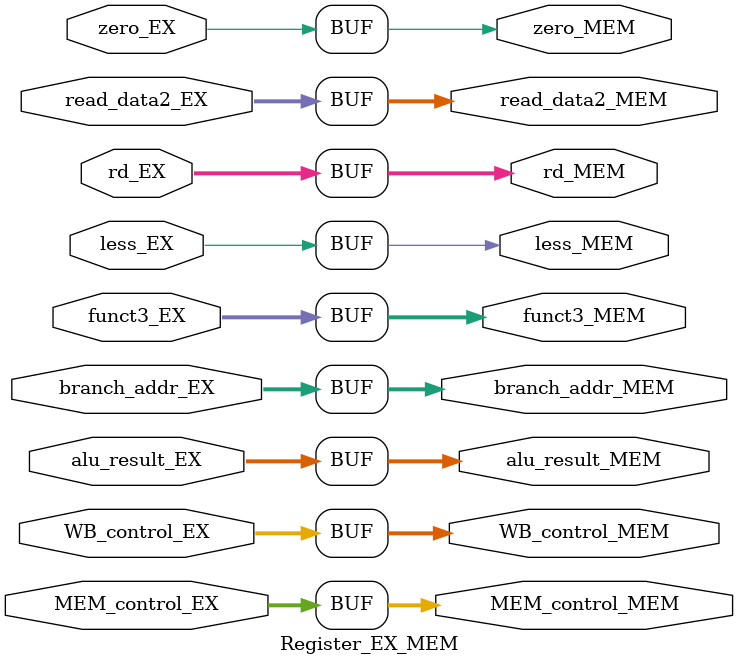
<source format=v>
module Register_EX_MEM
(
    input [1:0] WB_control_EX,
    input [2:0] MEM_control_EX,
    input [63:0] branch_addr_EX,
    input [63:0] alu_result_EX,
    input zero_EX, less_EX,
    input [63:0] read_data2_EX,
    input [4:0] rd_EX,
    input [2:0] funct3_EX,
    output reg [1:0] WB_control_MEM,
    output reg [2:0] MEM_control_MEM,
    output reg [63:0] branch_addr_MEM,
    output reg [63:0] alu_result_MEM,
    output reg zero_MEM, less_MEM,
    output reg [63:0] read_data2_MEM,
    output reg [4:0] rd_MEM,
    output reg [2:0] funct3_MEM
);

always @(*) begin
    WB_control_MEM = WB_control_EX;
    MEM_control_MEM = MEM_control_EX;
    branch_addr_MEM = branch_addr_EX;
    alu_result_MEM = alu_result_EX;
    zero_MEM = zero_EX;
    less_MEM = less_EX;
    read_data2_MEM = read_data2_EX;
    rd_MEM = rd_EX;
    funct3_MEM = funct3_EX;
end

endmodule

</source>
